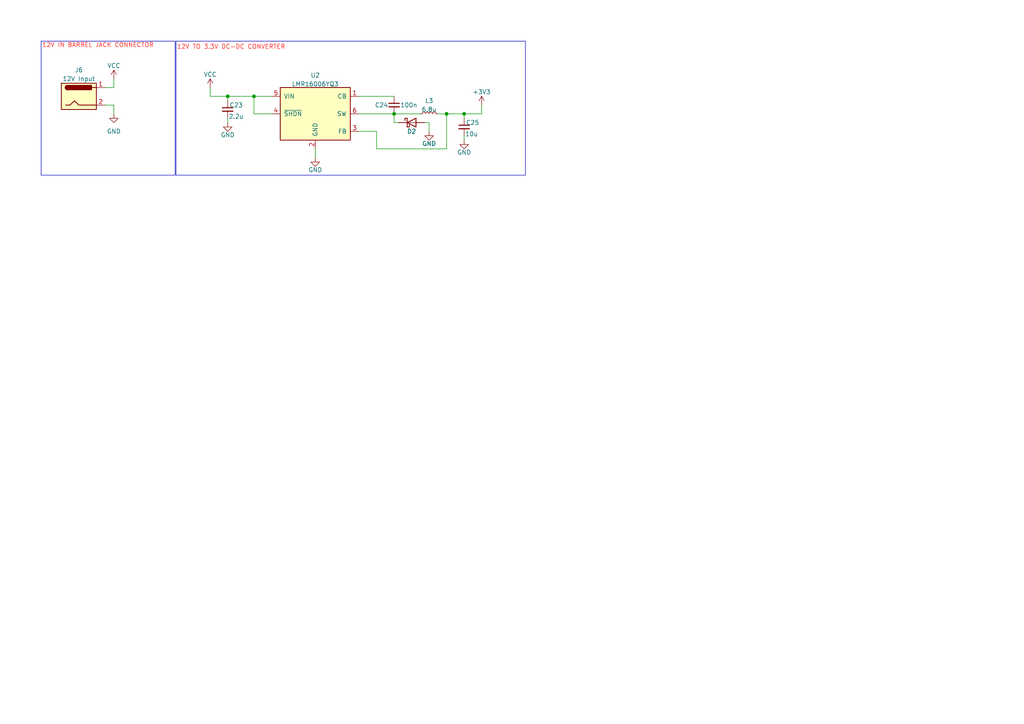
<source format=kicad_sch>
(kicad_sch (version 20230121) (generator eeschema)
  (paper "A4")
  (lib_symbols
    (symbol "Connector:Barrel_Jack" (pin_names (offset 1.016))
      (property "Reference" "J" (at 0 5.334 0))
      (property "Value" "Barrel_Jack" (at 0 -5.08 0))
      (symbol "Barrel_Jack_0_1"
        (rectangle (start -5.08 3.81) (end 5.08 -3.81) (stroke (width 0.254)) (fill (type background)))
        (arc (start -3.302 3.175) (mid -3.9343 2.54) (end -3.302 1.905) (stroke (width 0.254)))
        (arc (start -3.302 3.175) (mid -3.9343 2.54) (end -3.302 1.905) (stroke (width 0.254)) (fill (type outline)))
        (polyline (pts (xy 5.08 2.54) (xy 3.81 2.54)) (stroke (width 0.254)))
        (polyline (pts (xy -3.81 -2.54) (xy -2.54 -2.54) (xy -1.27 -1.27) (xy 0 -2.54) (xy 2.54 -2.54) (xy 5.08 -2.54)) (stroke (width 0.254)))
        (rectangle (start 3.683 3.175) (end -3.302 1.905) (stroke (width 0.254)) (fill (type outline)))
      )
      (symbol "Barrel_Jack_1_1"
        (pin passive line (at 7.62 2.54 180) (length 2.54) (name "~") (number "1"))
        (pin passive line (at 7.62 -2.54 180) (length 2.54) (name "~") (number "2"))
      )
    )
    (symbol "Device:C_Small" (pin_numbers hide) (pin_names (offset 0.254) hide)
      (property "Reference" "C" (at 0.254 1.778 0))
      (property "Value" "C_Small" (at 0.254 -2.032 0))
      (symbol "C_Small_0_1"
        (polyline (pts (xy -1.524 -0.508) (xy 1.524 -0.508)) (stroke (width 0.3302)))
        (polyline (pts (xy -1.524 0.508) (xy 1.524 0.508)) (stroke (width 0.3048)))
      )
      (symbol "C_Small_1_1"
        (pin passive line (at 0 2.54 270) (length 2.032) (name "~") (number "1"))
        (pin passive line (at 0 -2.54 90) (length 2.032) (name "~") (number "2"))
      )
    )
    (symbol "Device:D_Schottky" (pin_numbers hide) (pin_names (offset 1.016) hide)
      (property "Reference" "D" (at 0 2.54 0))
      (property "Value" "D_Schottky" (at 0 -2.54 0))
      (symbol "D_Schottky_0_1"
        (polyline (pts (xy 1.27 0) (xy -1.27 0)))
        (polyline (pts (xy 1.27 1.27) (xy 1.27 -1.27) (xy -1.27 0) (xy 1.27 1.27)) (stroke (width 0.254)))
        (polyline (pts (xy -1.905 0.635) (xy -1.905 1.27) (xy -1.27 1.27) (xy -1.27 -1.27) (xy -0.635 -1.27) (xy -0.635 -0.635)) (stroke (width 0.254)))
      )
      (symbol "D_Schottky_1_1"
        (pin passive line (at -3.81 0 0) (length 2.54) (name "K") (number "1"))
        (pin passive line (at 3.81 0 180) (length 2.54) (name "A") (number "2"))
      )
    )
    (symbol "Device:L_Small" (pin_numbers hide) (pin_names (offset 0.254) hide)
      (property "Reference" "L" (at 0.762 1.016 0))
      (property "Value" "L_Small" (at 0.762 -1.016 0))
      (symbol "L_Small_0_1"
        (arc (start 0 -2.032) (mid 0.5058 -1.524) (end 0 -1.016))
        (arc (start 0 -1.016) (mid 0.5058 -0.508) (end 0 0))
        (arc (start 0 0) (mid 0.5058 0.508) (end 0 1.016))
        (arc (start 0 1.016) (mid 0.5058 1.524) (end 0 2.032))
      )
      (symbol "L_Small_1_1"
        (pin passive line (at 0 2.54 270) (length 0.508) (name "~") (number "1"))
        (pin passive line (at 0 -2.54 90) (length 0.508) (name "~") (number "2"))
      )
    )
    (symbol "Regulator_Switching:LMR16006YQ3" (pin_names (offset 1.016))
      (property "Reference" "U" (at -10.16 11.43 0))
      (property "Value" "LMR16006YQ3" (at -10.16 8.89 0))
      (symbol "LMR16006YQ3_0_1"
        (rectangle (start -10.16 7.62) (end 10.16 -7.62) (stroke (width 0.254)) (fill (type background)))
      )
      (symbol "LMR16006YQ3_1_1"
        (pin input line (at 12.7 5.08 180) (length 2.54) (name "CB") (number "1"))
        (pin power_in line (at 0 -10.16 90) (length 2.54) (name "GND") (number "2"))
        (pin input line (at 12.7 -5.08 180) (length 2.54) (name "FB") (number "3"))
        (pin input line (at -12.7 0 0) (length 2.54) (name "~{SHDN}") (number "4"))
        (pin power_in line (at -12.7 5.08 0) (length 2.54) (name "VIN") (number "5"))
        (pin output line (at 12.7 0 180) (length 2.54) (name "SW") (number "6"))
      )
    )
    (symbol "power:+3V3" (power) (pin_names (offset 0))
      (property "Value" "+3V3" (at 0 3.556 0))
      (symbol "+3V3_0_1"
        (polyline (pts (xy -0.762 1.27) (xy 0 2.54)))
        (polyline (pts (xy 0 0) (xy 0 2.54)))
        (polyline (pts (xy 0 2.54) (xy 0.762 1.27)))
      )
      (symbol "+3V3_1_1"
        (pin power_in line (at 0 0 90) (length 0) hide (name "+3V3") (number "1"))
      )
    )
    (symbol "power:GND" (power) (pin_names (offset 0))
      (property "Value" "GND" (at 0 -3.81 0))
      (symbol "GND_0_1"
        (polyline (pts (xy 0 0) (xy 0 -1.27) (xy 1.27 -1.27) (xy 0 -2.54) (xy -1.27 -1.27) (xy 0 -1.27)))
      )
      (symbol "GND_1_1"
        (pin power_in line (at 0 0 270) (length 0) hide (name "GND") (number "1"))
      )
    )
    (symbol "power:VCC" (power) (pin_names (offset 0))
      (property "Value" "VCC" (at 0 3.81 0))
      (symbol "VCC_0_1"
        (polyline (pts (xy -0.762 1.27) (xy 0 2.54)))
        (polyline (pts (xy 0 0) (xy 0 2.54)))
        (polyline (pts (xy 0 2.54) (xy 0.762 1.27)))
      )
      (symbol "VCC_1_1"
        (pin power_in line (at 0 0 90) (length 0) hide (name "VCC") (number "1"))
      )
    )
  )
  (junction (at 73.66 27.94))
  (junction (at 134.62 33.02))
  (junction (at 114.3 33.02))
  (junction (at 66.04 27.94))
  (junction (at 129.54 33.02))
  (wire (pts (xy 30.48 25.4) (xy 33.02 25.4)))
  (wire (pts (xy 124.46 35.56) (xy 124.46 38.1)))
  (wire (pts (xy 104.14 27.94) (xy 114.3 27.94)))
  (wire (pts (xy 139.7 33.02) (xy 139.7 30.48)))
  (wire (pts (xy 123.19 35.56) (xy 124.46 35.56)))
  (wire (pts (xy 66.04 27.94) (xy 73.66 27.94)))
  (wire (pts (xy 66.04 29.21) (xy 66.04 27.94)))
  (wire (pts (xy 60.96 27.94) (xy 66.04 27.94)))
  (wire (pts (xy 104.14 33.02) (xy 114.3 33.02)))
  (wire (pts (xy 73.66 27.94) (xy 78.74 27.94)))
  (wire (pts (xy 134.62 33.02) (xy 139.7 33.02)))
  (wire (pts (xy 60.96 25.4) (xy 60.96 27.94)))
  (wire (pts (xy 109.22 43.18) (xy 129.54 43.18)))
  (wire (pts (xy 114.3 33.02) (xy 121.92 33.02)))
  (wire (pts (xy 104.14 38.1) (xy 109.22 38.1)))
  (wire (pts (xy 33.02 30.48) (xy 33.02 33.02)))
  (wire (pts (xy 33.02 25.4) (xy 33.02 22.86)))
  (wire (pts (xy 129.54 43.18) (xy 129.54 33.02)))
  (wire (pts (xy 134.62 33.02) (xy 134.62 34.29)))
  (wire (pts (xy 91.44 43.18) (xy 91.44 45.72)))
  (wire (pts (xy 129.54 33.02) (xy 134.62 33.02)))
  (wire (pts (xy 109.22 38.1) (xy 109.22 43.18)))
  (wire (pts (xy 30.48 30.48) (xy 33.02 30.48)))
  (wire (pts (xy 129.54 33.02) (xy 127 33.02)))
  (wire (pts (xy 114.3 35.56) (xy 115.57 35.56)))
  (wire (pts (xy 73.66 33.02) (xy 78.74 33.02)))
  (wire (pts (xy 114.3 33.02) (xy 114.3 35.56)))
  (wire (pts (xy 134.62 40.64) (xy 134.62 39.37)))
  (wire (pts (xy 73.66 27.94) (xy 73.66 33.02)))
  (wire (pts (xy 66.04 34.29) (xy 66.04 35.56)))
  (rectangle (start 11.938 11.938) (end 50.8 50.8))
  (rectangle (start 51.054 11.938) (end 152.4 50.8))
  (text "12V IN BARREL JACK CONNECTOR" (at 12.192 13.97 0) (effects (font (size 1.27 1.27)) (justify left bottom)))
  (text "12V TO 3.3V DC-DC CONVERTER" (at 51.308 14.478 0) (effects (font (size 1.27 1.27)) (justify left bottom)))
  (symbol (lib_id "power:GND") (at 134.62 40.64 0) (unit 1)
    (property "Reference" "#PWR037" (effects hide))
    (property "Value" "GND" (at 134.62 44.196 0))
    (instances (project "CozyLED" (path "" (reference "#PWR037") (unit 1)) (path "" (reference "#PWR039") (unit 1))))
  )
  (symbol (lib_id "power:+3V3") (at 139.7 30.48 0) (unit 1)
    (property "Reference" "#PWR038" (effects hide))
    (property "Value" "VDD33" (at 139.7 26.67 0))
    (instances (project "CozyLED" (path "" (reference "#PWR038") (unit 1)) (path "" (reference "#PWR040") (unit 1))))
  )
  (symbol (lib_id "power:VCC") (at 60.96 25.4 0) (unit 1)
    (property "Reference" "#PWR033" (effects hide))
    (property "Value" "Vin" (at 60.96 21.59 0))
    (instances (project "CozyLED" (path "" (reference "#PWR033") (unit 1)) (path "" (reference "#PWR035") (unit 1))))
  )
  (symbol (lib_id "Device:L_Small") (at 124.46 33.02 90) (unit 1)
    (property "Reference" "L3" (at 124.46 29.21 90))
    (property "Value" "6.8u" (at 124.46 31.75 90))
    (property "Footprint" "Inductor_SMD:L_6.3x6.3_H3" (effects hide))
    (property "Datasheet" "https://www.tdk-electronics.tdk.com/inf/30/db/ind_2008/b82462g4.pdf" (effects hide))
  )
  (symbol (lib_id "Regulator_Switching:LMR16006YQ3") (at 91.44 33.02 0) (unit 1)
    (property "Reference" "U2" (at 91.44 21.844 0))
    (property "Value" "LMR16006YQ3" (at 91.44 24.384 0))
    (property "Footprint" "Package_TO_SOT_SMD:SOT-23-6" (effects hide))
    (property "Datasheet" "http://www.ti.com/lit/ds/symlink/lmr16006y-q1.pdf" (effects hide))
  )
  (symbol (lib_id "power:GND") (at 33.02 33.02 0) (unit 1)
    (property "Reference" "#PWR040" (effects hide))
    (property "Value" "GND" (at 33.02 38.1 0))
    (instances (project "CozyLED" (path "" (reference "#PWR040") (unit 1)) (path "" (reference "#PWR034") (unit 1))))
  )
  (symbol (lib_id "power:GND") (at 91.44 45.72 0) (unit 1)
    (property "Reference" "#PWR035" (effects hide))
    (property "Value" "GND" (at 91.44 49.276 0))
    (instances (project "CozyLED" (path "" (reference "#PWR035") (unit 1)) (path "" (reference "#PWR037") (unit 1))))
  )
  (symbol (lib_id "Device:D_Schottky") (at 119.38 35.56 0) (unit 1)
    (property "Reference" "D2" (at 119.38 38.1 0))
    (property "Value" "D_Schottky" (effects hide))
    (property "Footprint" "Diode_SMD:D_0603_1608Metric" (effects hide))
  )
  (symbol (lib_id "power:VCC") (at 33.02 22.86 0) (unit 1)
    (property "Reference" "#PWR039" (effects hide))
    (property "Value" "Vin" (at 33.02 19.05 0))
    (instances (project "CozyLED" (path "" (reference "#PWR039") (unit 1)) (path "" (reference "#PWR033") (unit 1))))
  )
  (symbol (lib_id "Connector:Barrel_Jack") (at 22.86 27.94 0) (unit 1)
    (property "Reference" "J6" (at 22.86 20.32 0))
    (property "Value" "12V Input" (at 22.86 22.86 0))
    (property "Footprint" "Connector_BarrelJack:BarrelJack_CUI_PJ-063AH_Horizontal" (effects hide))
  )
  (symbol (lib_id "power:GND") (at 124.46 38.1 0) (unit 1)
    (property "Reference" "#PWR036" (effects hide))
    (property "Value" "GND" (at 124.46 41.656 0))
    (instances (project "CozyLED" (path "" (reference "#PWR036") (unit 1)) (path "" (reference "#PWR038") (unit 1))))
  )
  (symbol (lib_id "Device:C_Small") (at 114.3 30.48 0) (unit 1)
    (property "Reference" "C24" (at 108.712 30.48 0) (effects (justify left)))
    (property "Value" "100n" (at 116.078 30.48 0) (effects (justify left)))
    (property "Footprint" "Capacitor_SMD:C_0603_1608Metric" (effects hide))
  )
  (symbol (lib_id "power:GND") (at 66.04 35.56 0) (unit 1)
    (property "Reference" "#PWR034" (effects hide))
    (property "Value" "GND" (at 66.04 39.116 0))
    (instances (project "CozyLED" (path "" (reference "#PWR034") (unit 1)) (path "" (reference "#PWR036") (unit 1))))
  )
  (symbol (lib_id "Device:C_Small") (at 66.04 31.75 0) (unit 1)
    (property "Reference" "C23" (at 66.548 30.48 0) (effects (justify left)))
    (property "Value" "2.2u" (at 66.294 33.782 0) (effects (justify left)))
    (property "Footprint" "Capacitor_SMD:C_0603_1608Metric" (effects hide))
  )
  (symbol (lib_id "Device:C_Small") (at 134.62 36.83 0) (unit 1)
    (property "Reference" "C25" (at 135.128 35.56 0) (effects (justify left)))
    (property "Value" "10u" (at 134.874 38.862 0) (effects (justify left)))
    (property "Footprint" "Capacitor_SMD:C_0603_1608Metric" (effects hide))
  )
)
</source>
